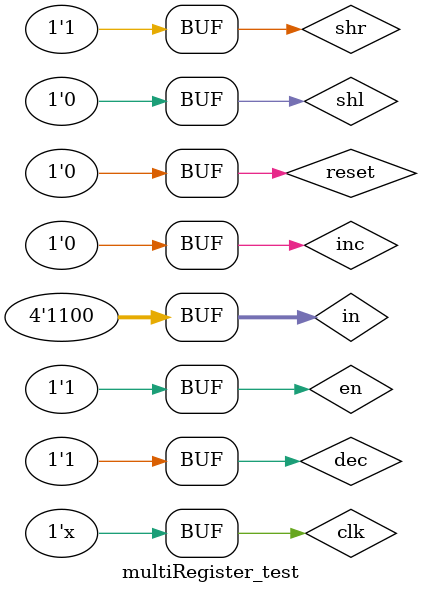
<source format=v>
`timescale 1ns / 1ps


module multiRegister_test;

    wire [3:0] out;
    reg [3:0] in;
    reg clk, en, reset, inc, dec, shl, shr;
    
    multiRegister test(out, in, clk, en, reset, inc, dec, shl, shr);
    
    always begin
        #5 clk = ~clk;
    end
    
    initial 
    begin
    
        clk = 0;
        in = 0;
        en = 0;
        reset = 0;
        inc = 0;
        dec = 0;
        shl = 0;
        shr = 0;
        
        #200
        in = 5;
        en = 1;
        
        #250
        inc = 1;    
        
        #200
        reset = 1;
        en = 0;
        inc = 0;
        
        #200
        reset = 0;
        in = 12;
        en = 1;
        shl = 1;
        
        #250
        inc = 1;
        
        #250
        inc = 0;
        shl = 0;
        dec = 1;
        shr = 1;      
    end

endmodule

</source>
